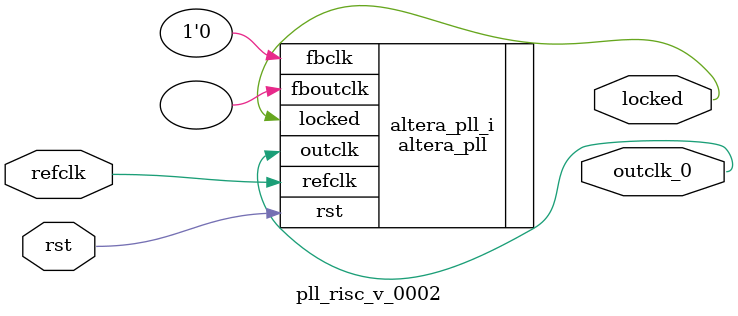
<source format=v>
`timescale 1ns/10ps
module  pll_risc_v_0002(

	// interface 'refclk'
	input wire refclk,

	// interface 'reset'
	input wire rst,

	// interface 'outclk0'
	output wire outclk_0,

	// interface 'locked'
	output wire locked
);

	altera_pll #(
		.fractional_vco_multiplier("false"),
		.reference_clock_frequency("50.0 MHz"),
		.operation_mode("direct"),
		.number_of_clocks(1),
		.output_clock_frequency0("40.000000 MHz"),
		.phase_shift0("0 ps"),
		.duty_cycle0(50),
		.output_clock_frequency1("0 MHz"),
		.phase_shift1("0 ps"),
		.duty_cycle1(50),
		.output_clock_frequency2("0 MHz"),
		.phase_shift2("0 ps"),
		.duty_cycle2(50),
		.output_clock_frequency3("0 MHz"),
		.phase_shift3("0 ps"),
		.duty_cycle3(50),
		.output_clock_frequency4("0 MHz"),
		.phase_shift4("0 ps"),
		.duty_cycle4(50),
		.output_clock_frequency5("0 MHz"),
		.phase_shift5("0 ps"),
		.duty_cycle5(50),
		.output_clock_frequency6("0 MHz"),
		.phase_shift6("0 ps"),
		.duty_cycle6(50),
		.output_clock_frequency7("0 MHz"),
		.phase_shift7("0 ps"),
		.duty_cycle7(50),
		.output_clock_frequency8("0 MHz"),
		.phase_shift8("0 ps"),
		.duty_cycle8(50),
		.output_clock_frequency9("0 MHz"),
		.phase_shift9("0 ps"),
		.duty_cycle9(50),
		.output_clock_frequency10("0 MHz"),
		.phase_shift10("0 ps"),
		.duty_cycle10(50),
		.output_clock_frequency11("0 MHz"),
		.phase_shift11("0 ps"),
		.duty_cycle11(50),
		.output_clock_frequency12("0 MHz"),
		.phase_shift12("0 ps"),
		.duty_cycle12(50),
		.output_clock_frequency13("0 MHz"),
		.phase_shift13("0 ps"),
		.duty_cycle13(50),
		.output_clock_frequency14("0 MHz"),
		.phase_shift14("0 ps"),
		.duty_cycle14(50),
		.output_clock_frequency15("0 MHz"),
		.phase_shift15("0 ps"),
		.duty_cycle15(50),
		.output_clock_frequency16("0 MHz"),
		.phase_shift16("0 ps"),
		.duty_cycle16(50),
		.output_clock_frequency17("0 MHz"),
		.phase_shift17("0 ps"),
		.duty_cycle17(50),
		.pll_type("General"),
		.pll_subtype("General")
	) altera_pll_i (
		.rst	(rst),
		.outclk	({outclk_0}),
		.locked	(locked),
		.fboutclk	( ),
		.fbclk	(1'b0),
		.refclk	(refclk)
	);
endmodule


</source>
